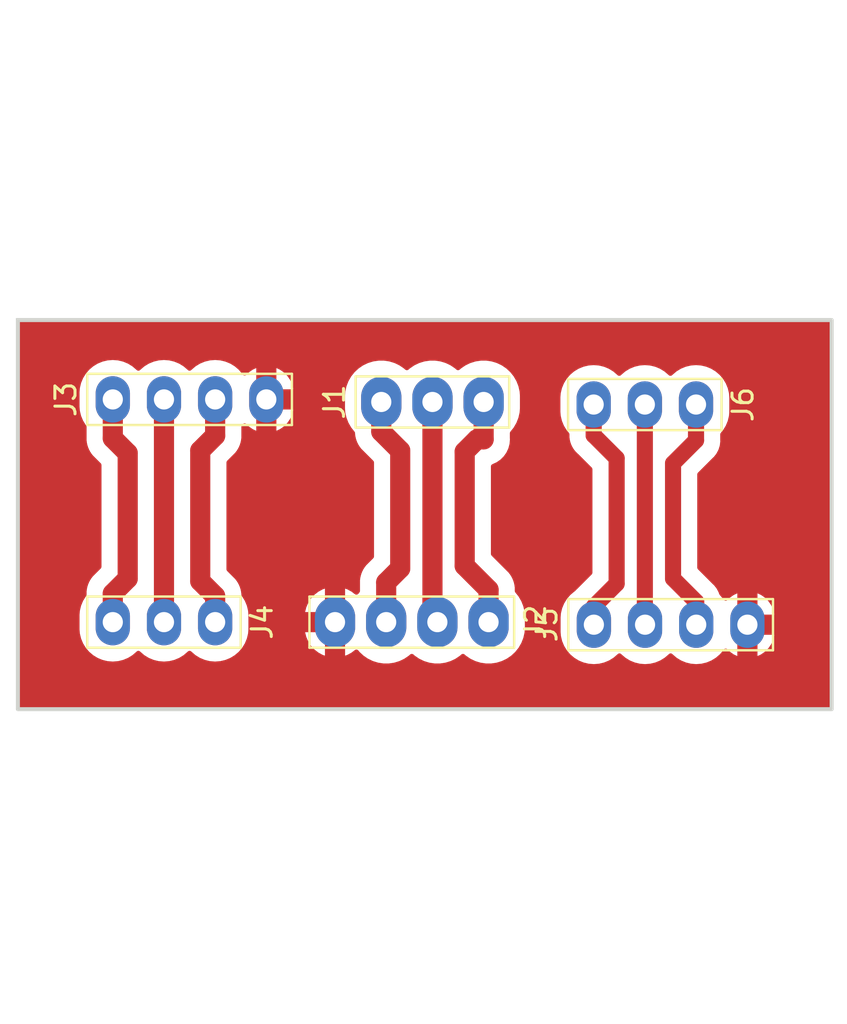
<source format=kicad_pcb>
(kicad_pcb (version 20221018) (generator pcbnew)
  (layers (0 "F.Cu" signal) (31 "B.Cu" signal) (34 "B.Paste" user) (35 "F.Paste" user) (36 "B.SilkS" user "B.Silkscreen") (37 "F.SilkS" user "F.Silkscreen") (38 "B.Mask" user) (39 "F.Mask" user) (44 "Edge.Cuts" user))
  (net 0 "")
  (net 1 "Net-(J1-Pin_1)")
  (net 2 "Net-(J1-Pin_2)")
  (net 3 "Net-(J1-Pin_3)")
  (net 4 "GND")
  (net 5 "Net-(J3-Pin_1)")
  (net 6 "Net-(J3-Pin_2)")
  (net 7 "Net-(J3-Pin_3)")
  (net 8 "Net-(J5-Pin_1)")
  (net 9 "Net-(J5-Pin_2)")
  (net 10 "Net-(J5-Pin_3)")
  (footprint "fab:PinHeader_1x03_P2.54mm_Vertical_THT_D1mm" (layer "F.Cu") (at 92.837 33.909 -90)
    (fp_text reference "J6" (at 0 -2.33 90) (layer "F.SilkS"))
    (fp_text value "Conn_PinHeader_1x03_P2.54mm_Vertical_THT_D1mm")
    (fp_line (start -1.27 -1.27) (end -1.27 6.35) (stroke (width 0.12)) (layer "F.SilkS"))
    (fp_line (start -1.27 -1.27) (end 1.27 -1.27) (stroke (width 0.12)) (layer "F.SilkS"))
    (fp_line (start -1.27 6.35) (end 1.27 6.35) (stroke (width 0.12)) (layer "F.SilkS"))
    (fp_line (start 1.27 -1.27) (end 1.27 6.35) (stroke (width 0.12)) (layer "F.SilkS"))
    (pad "1" thru_hole oval (at 0 0 270) (size 2.3 1.7) (drill 1) (layers "*.Cu" "*.Mask") (net 10 "Net-(J5-Pin_3)"))
    (pad "2" thru_hole oval (at 0 2.54 270) (size 2.3 1.7) (drill 1) (layers "*.Cu" "*.Mask") (net 9 "Net-(J5-Pin_2)"))
    (pad "3" thru_hole oval (at 0 5.08 270) (size 2.3 1.7) (drill 1) (layers "*.Cu" "*.Mask") (net 8 "Net-(J5-Pin_1)"))
  )
  (footprint "fab:PinHeader_1x04_P2.54mm_Vertical_THT_D1mm" (layer "F.Cu") (at 63.891 33.655 90)
    (fp_text reference "J3" (at 0 -2.33 90) (layer "F.SilkS"))
    (fp_text value "Conn_PinHeader_1x04_P2.54mm_Vertical_THT_D1mm")
    (fp_line (start -1.27 -1.27) (end -1.27 8.89) (stroke (width 0.12)) (layer "F.SilkS"))
    (fp_line (start -1.27 -1.27) (end 1.27 -1.27) (stroke (width 0.12)) (layer "F.SilkS"))
    (fp_line (start -1.27 8.89) (end 1.27 8.89) (stroke (width 0.12)) (layer "F.SilkS"))
    (fp_line (start 1.27 -1.27) (end 1.27 8.89) (stroke (width 0.12)) (layer "F.SilkS"))
    (pad "1" thru_hole oval (at 0 0 90) (size 2.3 1.7) (drill 1) (layers "*.Cu" "*.Mask") (net 5 "Net-(J3-Pin_1)"))
    (pad "2" thru_hole oval (at 0 2.54 90) (size 2.3 1.7) (drill 1) (layers "*.Cu" "*.Mask") (net 6 "Net-(J3-Pin_2)"))
    (pad "3" thru_hole oval (at 0 5.08 90) (size 2.3 1.7) (drill 1) (layers "*.Cu" "*.Mask") (net 7 "Net-(J3-Pin_3)"))
    (pad "4" thru_hole oval (at 0 7.62 90) (size 2.3 1.7) (drill 1) (layers "*.Cu" "*.Mask") (net 4 "GND"))
  )
  (footprint "fab:PinHeader_1x03_P2.54mm_Vertical_THT_D1mm" (layer "F.Cu") (at 77.216 33.782 90)
    (fp_text reference "J1" (at 0 -2.33 90) (layer "F.SilkS"))
    (fp_text value "Conn_PinHeader_1x03_P2.54mm_Vertical_THT_D1mm")
    (fp_line (start -1.27 -1.27) (end -1.27 6.35) (stroke (width 0.12)) (layer "F.SilkS"))
    (fp_line (start -1.27 -1.27) (end 1.27 -1.27) (stroke (width 0.12)) (layer "F.SilkS"))
    (fp_line (start -1.27 6.35) (end 1.27 6.35) (stroke (width 0.12)) (layer "F.SilkS"))
    (fp_line (start 1.27 -1.27) (end 1.27 6.35) (stroke (width 0.12)) (layer "F.SilkS"))
    (pad "1" thru_hole oval (at 0 0 90) (size 2.5 2) (drill 1) (layers "*.Cu" "*.Mask") (net 1 "Net-(J1-Pin_1)"))
    (pad "2" thru_hole oval (at 0 2.54 90) (size 2.5 2) (drill 1) (layers "*.Cu" "*.Mask") (net 2 "Net-(J1-Pin_2)"))
    (pad "3" thru_hole oval (at 0 5.08 90) (size 2.5 2) (drill 1) (layers "*.Cu" "*.Mask") (net 3 "Net-(J1-Pin_3)"))
  )
  (footprint "fab:PinHeader_1x03_P2.54mm_Vertical_THT_D1mm" (layer "F.Cu") (at 68.971 44.704 -90)
    (fp_text reference "J4" (at 0 -2.33 90) (layer "F.SilkS"))
    (fp_text value "Conn_PinHeader_1x03_P2.54mm_Vertical_THT_D1mm")
    (fp_line (start -1.27 -1.27) (end -1.27 6.35) (stroke (width 0.12)) (layer "F.SilkS"))
    (fp_line (start -1.27 -1.27) (end 1.27 -1.27) (stroke (width 0.12)) (layer "F.SilkS"))
    (fp_line (start -1.27 6.35) (end 1.27 6.35) (stroke (width 0.12)) (layer "F.SilkS"))
    (fp_line (start 1.27 -1.27) (end 1.27 6.35) (stroke (width 0.12)) (layer "F.SilkS"))
    (pad "1" thru_hole oval (at 0 0 270) (size 2.3 1.7) (drill 1) (layers "*.Cu" "*.Mask") (net 7 "Net-(J3-Pin_3)"))
    (pad "2" thru_hole oval (at 0 2.54 270) (size 2.3 1.7) (drill 1) (layers "*.Cu" "*.Mask") (net 6 "Net-(J3-Pin_2)"))
    (pad "3" thru_hole oval (at 0 5.08 270) (size 2.3 1.7) (drill 1) (layers "*.Cu" "*.Mask") (net 5 "Net-(J3-Pin_1)"))
  )
  (footprint "fab:PinHeader_1x04_P2.54mm_Vertical_THT_D1mm" (layer "F.Cu") (at 87.767 44.831 90)
    (fp_text reference "J5" (at 0 -2.33 90) (layer "F.SilkS"))
    (fp_text value "Conn_PinHeader_1x04_P2.54mm_Vertical_THT_D1mm")
    (fp_line (start -1.27 -1.27) (end -1.27 8.89) (stroke (width 0.12)) (layer "F.SilkS"))
    (fp_line (start -1.27 -1.27) (end 1.27 -1.27) (stroke (width 0.12)) (layer "F.SilkS"))
    (fp_line (start -1.27 8.89) (end 1.27 8.89) (stroke (width 0.12)) (layer "F.SilkS"))
    (fp_line (start 1.27 -1.27) (end 1.27 8.89) (stroke (width 0.12)) (layer "F.SilkS"))
    (pad "1" thru_hole oval (at 0 0 90) (size 2.3 1.7) (drill 1) (layers "*.Cu" "*.Mask") (net 8 "Net-(J5-Pin_1)"))
    (pad "2" thru_hole oval (at 0 2.54 90) (size 2.3 1.7) (drill 1) (layers "*.Cu" "*.Mask") (net 9 "Net-(J5-Pin_2)"))
    (pad "3" thru_hole oval (at 0 5.08 90) (size 2.3 1.7) (drill 1) (layers "*.Cu" "*.Mask") (net 10 "Net-(J5-Pin_3)"))
    (pad "4" thru_hole oval (at 0 7.62 90) (size 2.3 1.7) (drill 1) (layers "*.Cu" "*.Mask") (net 4 "GND"))
  )
  (footprint "fab:PinHeader_1x04_P2.54mm_Vertical_THT_D1mm" (layer "F.Cu") (at 82.54 44.704 -90)
    (fp_text reference "J2" (at 0 -2.33 90) (layer "F.SilkS"))
    (fp_text value "Conn_PinHeader_1x04_P2.54mm_Vertical_THT_D1mm")
    (fp_line (start -1.27 -1.27) (end -1.27 8.89) (stroke (width 0.12)) (layer "F.SilkS"))
    (fp_line (start -1.27 -1.27) (end 1.27 -1.27) (stroke (width 0.12)) (layer "F.SilkS"))
    (fp_line (start -1.27 8.89) (end 1.27 8.89) (stroke (width 0.12)) (layer "F.SilkS"))
    (fp_line (start 1.27 -1.27) (end 1.27 8.89) (stroke (width 0.12)) (layer "F.SilkS"))
    (pad "1" thru_hole oval (at 0 0 270) (size 2.5 2) (drill 1) (layers "*.Cu" "*.Mask") (net 3 "Net-(J1-Pin_3)"))
    (pad "2" thru_hole oval (at 0 2.54 270) (size 2.5 2) (drill 1) (layers "*.Cu" "*.Mask") (net 2 "Net-(J1-Pin_2)"))
    (pad "3" thru_hole oval (at 0 5.08 270) (size 2.5 2) (drill 1) (layers "*.Cu" "*.Mask") (net 1 "Net-(J1-Pin_1)"))
    (pad "4" thru_hole oval (at 0 7.62 270) (size 2.5 2) (drill 1) (layers "*.Cu" "*.Mask") (net 4 "GND"))
  )
  (gr_rect (start 59.182 29.718) (end 99.568 49.022) (stroke (width 0.2)) (fill none) (layer "Edge.Cuts"))
  (segment (start 77.216 35.255) (end 78.156 36.195) (width 1) (layer "F.Cu") (net 1))
  (segment (start 78.156 36.195) (end 78.156 42.037) (width 1) (layer "F.Cu") (net 1))
  (segment (start 77.216 33.782) (end 77.216 35.255) (width 1) (layer "F.Cu") (net 1))
  (segment (start 78.156 42.037) (end 77.46 42.733) (width 1) (layer "F.Cu") (net 1))
  (segment (start 77.46 42.733) (end 77.46 44.704) (width 1) (layer "F.Cu") (net 1))
  (segment (start 79.756 33.782) (end 79.756 44.46) (width 1) (layer "F.Cu") (net 2))
  (segment (start 79.756 44.46) (end 80 44.704) (width 1) (layer "F.Cu") (net 2))
  (segment (start 81.356 41.91) (end 82.54 43.094) (width 1) (layer "F.Cu") (net 3))
  (segment (start 82.296 35.636) (end 81.966 35.636) (width 1) (layer "F.Cu") (net 3))
  (segment (start 81.966 35.636) (end 81.356 36.246) (width 1) (layer "F.Cu") (net 3))
  (segment (start 82.296 33.782) (end 82.296 35.636) (width 1) (layer "F.Cu") (net 3))
  (segment (start 81.356 36.246) (end 81.356 41.91) (width 1) (layer "F.Cu") (net 3))
  (segment (start 82.296 33.782) (end 81.996 33.782) (width 0.2) (layer "F.Cu") (net 3))
  (segment (start 82.54 43.094) (end 82.54 44.704) (width 1) (layer "F.Cu") (net 3))
  (segment (start 63.891 33.655) (end 63.891 35.582) (width 1) (layer "F.Cu") (net 5))
  (segment (start 64.631 36.322) (end 64.631 42.545) (width 1) (layer "F.Cu") (net 5))
  (segment (start 63.891 43.285) (end 63.891 44.704) (width 1) (layer "F.Cu") (net 5))
  (segment (start 63.891 34.046) (end 63.891 33.655) (width 0.4) (layer "F.Cu") (net 5))
  (segment (start 64.631 42.545) (end 63.891 43.285) (width 1) (layer "F.Cu") (net 5))
  (segment (start 63.891 35.582) (end 64.631 36.322) (width 1) (layer "F.Cu") (net 5))
  (segment (start 66.431 33.655) (end 66.431 44.704) (width 1) (layer "F.Cu") (net 6))
  (segment (start 68.971 33.655) (end 68.971 35.455) (width 1) (layer "F.Cu") (net 7))
  (segment (start 68.971 35.455) (end 68.231 36.195) (width 1) (layer "F.Cu") (net 7))
  (segment (start 68.971 33.655) (end 68.971 34.661) (width 0.4) (layer "F.Cu") (net 7))
  (segment (start 68.231 42.672) (end 68.971 43.412) (width 1) (layer "F.Cu") (net 7))
  (segment (start 68.231 36.195) (end 68.231 42.672) (width 1) (layer "F.Cu") (net 7))
  (segment (start 68.971 43.412) (end 68.971 44.704) (width 1) (layer "F.Cu") (net 7))
  (segment (start 87.767 43.929) (end 87.767 44.831) (width 0.8) (layer "F.Cu") (net 8))
  (segment (start 87.76 35.436) (end 88.897 36.573) (width 0.8) (layer "F.Cu") (net 8))
  (segment (start 87.757 35.436) (end 87.76 35.436) (width 0.8) (layer "F.Cu") (net 8))
  (segment (start 87.757 33.909) (end 87.757 35.436) (width 0.8) (layer "F.Cu") (net 8))
  (segment (start 88.897 36.573) (end 88.897 42.799) (width 0.8) (layer "F.Cu") (net 8))
  (segment (start 88.897 42.799) (end 87.767 43.929) (width 0.8) (layer "F.Cu") (net 8))
  (segment (start 90.297 33.909) (end 90.297 44.821) (width 0.8) (layer "F.Cu") (net 9))
  (segment (start 90.297 44.821) (end 90.307 44.831) (width 0.8) (layer "F.Cu") (net 9))
  (segment (start 92.847 43.695) (end 92.847 44.831) (width 0.8) (layer "F.Cu") (net 10))
  (segment (start 91.697 42.545) (end 92.847 43.695) (width 0.8) (layer "F.Cu") (net 10))
  (segment (start 92.837 33.909) (end 92.837 35.687) (width 0.8) (layer "F.Cu") (net 10))
  (segment (start 91.697 36.827) (end 91.697 42.545) (width 0.8) (layer "F.Cu") (net 10))
  (segment (start 92.837 35.687) (end 91.697 36.827) (width 0.8) (layer "F.Cu") (net 10))
  (zone (net 4) (net_name "GND") (layer "F.Cu") (connect_pads (clearance 0.5)) (min_thickness 0.25) (fill yes (thermal_gap 0.5) (thermal_bridge_width 1))
    (polygon (pts (xy 100.33 28.575) (xy 58.293 28.448) (xy 58.42 49.911) (xy 100.33 49.784)))
  )
)
</source>
